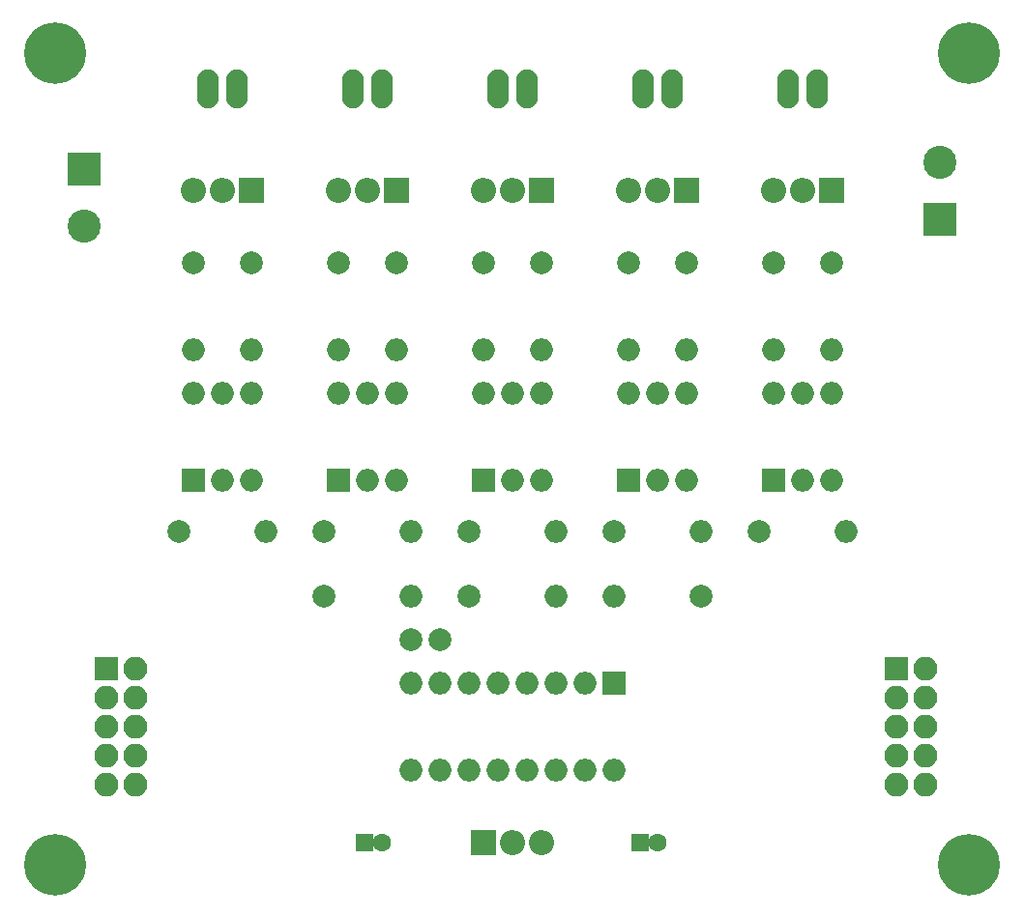
<source format=gbs>
G04 #@! TF.FileFunction,Soldermask,Bot*
%FSLAX46Y46*%
G04 Gerber Fmt 4.6, Leading zero omitted, Abs format (unit mm)*
G04 Created by KiCad (PCBNEW 4.0.7) date Mon Mar 19 19:45:40 2018*
%MOMM*%
%LPD*%
G01*
G04 APERTURE LIST*
%ADD10C,0.100000*%
%ADD11R,2.000000X2.000000*%
%ADD12O,2.000000X2.000000*%
%ADD13C,5.400000*%
%ADD14O,1.910000X3.410000*%
%ADD15C,2.000000*%
%ADD16R,2.200000X2.200000*%
%ADD17O,2.200000X2.200000*%
%ADD18R,1.600000X1.600000*%
%ADD19C,1.600000*%
%ADD20R,2.900000X2.900000*%
%ADD21C,2.900000*%
%ADD22R,2.100000X2.100000*%
%ADD23O,2.100000X2.100000*%
G04 APERTURE END LIST*
D10*
D11*
X104140000Y-85090000D03*
D12*
X86360000Y-92710000D03*
X101600000Y-85090000D03*
X88900000Y-92710000D03*
X99060000Y-85090000D03*
X91440000Y-92710000D03*
X96520000Y-85090000D03*
X93980000Y-92710000D03*
X93980000Y-85090000D03*
X96520000Y-92710000D03*
X91440000Y-85090000D03*
X99060000Y-92710000D03*
X88900000Y-85090000D03*
X101600000Y-92710000D03*
X86360000Y-85090000D03*
X104140000Y-92710000D03*
D13*
X135255000Y-100965000D03*
X55245000Y-100965000D03*
X135255000Y-29845000D03*
D14*
X109220000Y-33020000D03*
X106680000Y-33020000D03*
D11*
X67310000Y-67310000D03*
D12*
X72390000Y-59690000D03*
X69850000Y-67310000D03*
X69850000Y-59690000D03*
X72390000Y-67310000D03*
X67310000Y-59690000D03*
D15*
X78740000Y-77470000D03*
D12*
X86360000Y-77470000D03*
D15*
X91440000Y-77470000D03*
D12*
X99060000Y-77470000D03*
D15*
X111760000Y-77470000D03*
D12*
X104140000Y-77470000D03*
D15*
X66040000Y-71755000D03*
D12*
X73660000Y-71755000D03*
D15*
X78740000Y-71755000D03*
D12*
X86360000Y-71755000D03*
D15*
X91440000Y-71755000D03*
D12*
X99060000Y-71755000D03*
D15*
X104140000Y-71755000D03*
D12*
X111760000Y-71755000D03*
D15*
X116840000Y-71755000D03*
D12*
X124460000Y-71755000D03*
D15*
X67310000Y-48260000D03*
D12*
X67310000Y-55880000D03*
D15*
X72390000Y-48260000D03*
D12*
X72390000Y-55880000D03*
D15*
X80010000Y-48260000D03*
D12*
X80010000Y-55880000D03*
D15*
X85090000Y-48260000D03*
D12*
X85090000Y-55880000D03*
D15*
X92710000Y-48260000D03*
D12*
X92710000Y-55880000D03*
D15*
X97790000Y-48260000D03*
D12*
X97790000Y-55880000D03*
D15*
X105410000Y-48260000D03*
D12*
X105410000Y-55880000D03*
D11*
X80010000Y-67310000D03*
D12*
X85090000Y-59690000D03*
X82550000Y-67310000D03*
X82550000Y-59690000D03*
X85090000Y-67310000D03*
X80010000Y-59690000D03*
D11*
X92710000Y-67310000D03*
D12*
X97790000Y-59690000D03*
X95250000Y-67310000D03*
X95250000Y-59690000D03*
X97790000Y-67310000D03*
X92710000Y-59690000D03*
D11*
X105410000Y-67310000D03*
D12*
X110490000Y-59690000D03*
X107950000Y-67310000D03*
X107950000Y-59690000D03*
X110490000Y-67310000D03*
X105410000Y-59690000D03*
D11*
X118110000Y-67310000D03*
D12*
X123190000Y-59690000D03*
X120650000Y-67310000D03*
X120650000Y-59690000D03*
X123190000Y-67310000D03*
X118110000Y-59690000D03*
D16*
X72390000Y-41910000D03*
D17*
X69850000Y-41910000D03*
X67310000Y-41910000D03*
D16*
X85090000Y-41910000D03*
D17*
X82550000Y-41910000D03*
X80010000Y-41910000D03*
D16*
X97790000Y-41910000D03*
D17*
X95250000Y-41910000D03*
X92710000Y-41910000D03*
D16*
X110490000Y-41910000D03*
D17*
X107950000Y-41910000D03*
X105410000Y-41910000D03*
D16*
X123190000Y-41910000D03*
D17*
X120650000Y-41910000D03*
X118110000Y-41910000D03*
D16*
X92710000Y-99060000D03*
D17*
X95250000Y-99060000D03*
X97790000Y-99060000D03*
D14*
X71120000Y-33020000D03*
X68580000Y-33020000D03*
X83820000Y-33020000D03*
X81280000Y-33020000D03*
X96520000Y-33020000D03*
X93980000Y-33020000D03*
X121920000Y-33020000D03*
X119380000Y-33020000D03*
D15*
X88900000Y-81280000D03*
X86400000Y-81280000D03*
D18*
X106450000Y-99060000D03*
D19*
X107950000Y-99060000D03*
D18*
X82320000Y-99060000D03*
D19*
X83820000Y-99060000D03*
D15*
X110490000Y-48260000D03*
D12*
X110490000Y-55880000D03*
D15*
X118110000Y-48260000D03*
D12*
X118110000Y-55880000D03*
D15*
X123190000Y-48260000D03*
D12*
X123190000Y-55880000D03*
D20*
X57785000Y-40005000D03*
D21*
X57785000Y-45005000D03*
D20*
X132715000Y-44450000D03*
D21*
X132715000Y-39450000D03*
D22*
X128905000Y-83820000D03*
D23*
X131445000Y-83820000D03*
X128905000Y-86360000D03*
X131445000Y-86360000D03*
X128905000Y-88900000D03*
X131445000Y-88900000D03*
X128905000Y-91440000D03*
X131445000Y-91440000D03*
X128905000Y-93980000D03*
X131445000Y-93980000D03*
D13*
X55245000Y-29845000D03*
D22*
X59690000Y-83820000D03*
D23*
X62230000Y-83820000D03*
X59690000Y-86360000D03*
X62230000Y-86360000D03*
X59690000Y-88900000D03*
X62230000Y-88900000D03*
X59690000Y-91440000D03*
X62230000Y-91440000D03*
X59690000Y-93980000D03*
X62230000Y-93980000D03*
M02*

</source>
